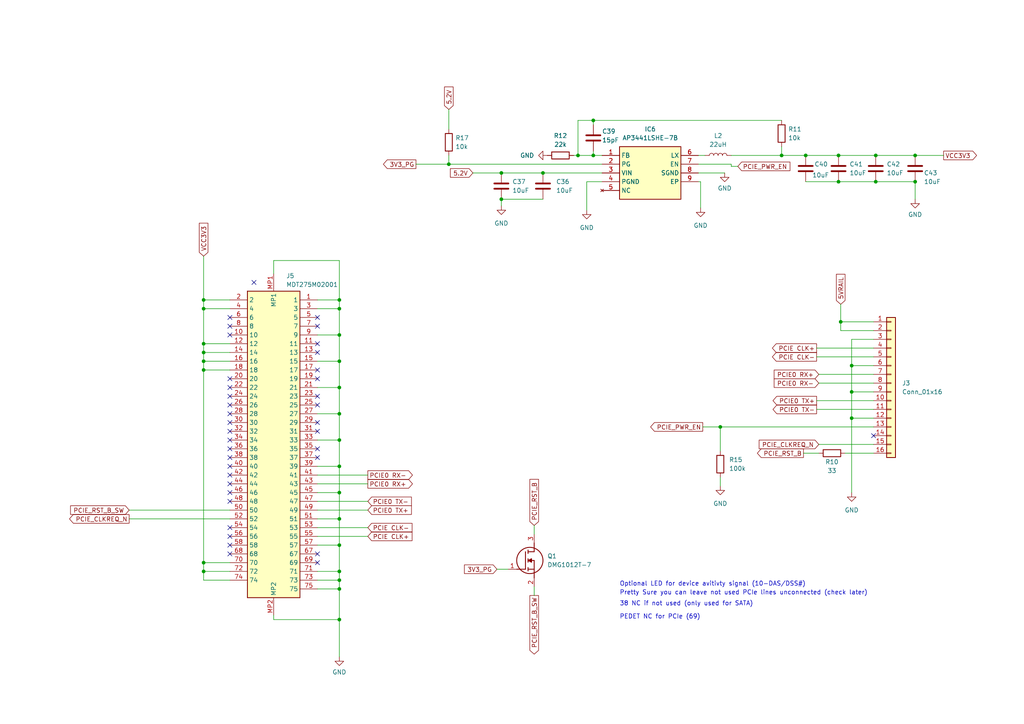
<source format=kicad_sch>
(kicad_sch (version 20230121) (generator eeschema)
  (paper "A4")
  (lib_symbols
    (symbol "Connector:MDT275M02001"
      (property "Reference" "J" (at 95.25 12.7 0))
      (property "Value" "MDT275M02001" (at 95.25 10.16 0))
      (symbol "MDT275M02001_1_1"
        (rectangle (start 5.08 7.62) (end 93.98 -7.62) (stroke (width 0.254)) (fill (type background)))
        (pin passive line (at 7.62 12.7 270) (length 5.08) (name "1") (number "1"))
        (pin passive line (at 17.78 -12.7 90) (length 5.08) (name "10") (number "10"))
        (pin passive line (at 20.32 12.7 270) (length 5.08) (name "11") (number "11"))
        (pin passive line (at 20.32 -12.7 90) (length 5.08) (name "12") (number "12"))
        (pin passive line (at 22.86 12.7 270) (length 5.08) (name "13") (number "13"))
        (pin passive line (at 22.86 -12.7 90) (length 5.08) (name "14") (number "14"))
        (pin passive line (at 25.4 12.7 270) (length 5.08) (name "15") (number "15"))
        (pin passive line (at 25.4 -12.7 90) (length 5.08) (name "16") (number "16"))
        (pin passive line (at 27.94 12.7 270) (length 5.08) (name "17") (number "17"))
        (pin passive line (at 27.94 -12.7 90) (length 5.08) (name "18") (number "18"))
        (pin passive line (at 30.48 12.7 270) (length 5.08) (name "19") (number "19"))
        (pin passive line (at 7.62 -12.7 90) (length 5.08) (name "2") (number "2"))
        (pin passive line (at 30.48 -12.7 90) (length 5.08) (name "20") (number "20"))
        (pin passive line (at 33.02 12.7 270) (length 5.08) (name "21") (number "21"))
        (pin passive line (at 33.02 -12.7 90) (length 5.08) (name "22") (number "22"))
        (pin passive line (at 35.56 12.7 270) (length 5.08) (name "23") (number "23"))
        (pin passive line (at 35.56 -12.7 90) (length 5.08) (name "24") (number "24"))
        (pin passive line (at 38.1 12.7 270) (length 5.08) (name "25") (number "25"))
        (pin passive line (at 38.1 -12.7 90) (length 5.08) (name "26") (number "26"))
        (pin passive line (at 40.64 12.7 270) (length 5.08) (name "27") (number "27"))
        (pin passive line (at 40.64 -12.7 90) (length 5.08) (name "28") (number "28"))
        (pin passive line (at 43.18 12.7 270) (length 5.08) (name "29") (number "29"))
        (pin passive line (at 10.16 12.7 270) (length 5.08) (name "3") (number "3"))
        (pin passive line (at 43.18 -12.7 90) (length 5.08) (name "30") (number "30"))
        (pin passive line (at 45.72 12.7 270) (length 5.08) (name "31") (number "31"))
        (pin passive line (at 45.72 -12.7 90) (length 5.08) (name "32") (number "32"))
        (pin passive line (at 48.26 12.7 270) (length 5.08) (name "33") (number "33"))
        (pin passive line (at 48.26 -12.7 90) (length 5.08) (name "34") (number "34"))
        (pin passive line (at 50.8 12.7 270) (length 5.08) (name "35") (number "35"))
        (pin passive line (at 50.8 -12.7 90) (length 5.08) (name "36") (number "36"))
        (pin passive line (at 53.34 12.7 270) (length 5.08) (name "37") (number "37"))
        (pin passive line (at 53.34 -12.7 90) (length 5.08) (name "38") (number "38"))
        (pin passive line (at 55.88 12.7 270) (length 5.08) (name "39") (number "39"))
        (pin passive line (at 10.16 -12.7 90) (length 5.08) (name "4") (number "4"))
        (pin passive line (at 55.88 -12.7 90) (length 5.08) (name "40") (number "40"))
        (pin passive line (at 58.42 12.7 270) (length 5.08) (name "41") (number "41"))
        (pin passive line (at 58.42 -12.7 90) (length 5.08) (name "42") (number "42"))
        (pin passive line (at 60.96 12.7 270) (length 5.08) (name "43") (number "43"))
        (pin passive line (at 60.96 -12.7 90) (length 5.08) (name "44") (number "44"))
        (pin passive line (at 63.5 12.7 270) (length 5.08) (name "45") (number "45"))
        (pin passive line (at 63.5 -12.7 90) (length 5.08) (name "46") (number "46"))
        (pin passive line (at 66.04 12.7 270) (length 5.08) (name "47") (number "47"))
        (pin passive line (at 66.04 -12.7 90) (length 5.08) (name "48") (number "48"))
        (pin passive line (at 68.58 12.7 270) (length 5.08) (name "49") (number "49"))
        (pin passive line (at 12.7 12.7 270) (length 5.08) (name "5") (number "5"))
        (pin passive line (at 68.58 -12.7 90) (length 5.08) (name "50") (number "50"))
        (pin passive line (at 71.12 12.7 270) (length 5.08) (name "51") (number "51"))
        (pin passive line (at 71.12 -12.7 90) (length 5.08) (name "52") (number "52"))
        (pin passive line (at 73.66 12.7 270) (length 5.08) (name "53") (number "53"))
        (pin passive line (at 73.66 -12.7 90) (length 5.08) (name "54") (number "54"))
        (pin passive line (at 76.2 12.7 270) (length 5.08) (name "55") (number "55"))
        (pin passive line (at 76.2 -12.7 90) (length 5.08) (name "56") (number "56"))
        (pin passive line (at 78.74 12.7 270) (length 5.08) (name "57") (number "57"))
        (pin passive line (at 78.74 -12.7 90) (length 5.08) (name "58") (number "58"))
        (pin passive line (at 12.7 -12.7 90) (length 5.08) (name "6") (number "6"))
        (pin passive line (at 81.28 12.7 270) (length 5.08) (name "67") (number "67"))
        (pin passive line (at 81.28 -12.7 90) (length 5.08) (name "68") (number "68"))
        (pin passive line (at 83.82 12.7 270) (length 5.08) (name "69") (number "69"))
        (pin passive line (at 15.24 12.7 270) (length 5.08) (name "7") (number "7"))
        (pin passive line (at 83.82 -12.7 90) (length 5.08) (name "70") (number "70"))
        (pin passive line (at 86.36 12.7 270) (length 5.08) (name "71") (number "71"))
        (pin passive line (at 86.36 -12.7 90) (length 5.08) (name "72") (number "72"))
        (pin passive line (at 88.9 12.7 270) (length 5.08) (name "73") (number "73"))
        (pin passive line (at 88.9 -12.7 90) (length 5.08) (name "74") (number "74"))
        (pin passive line (at 91.44 12.7 270) (length 5.08) (name "75") (number "75"))
        (pin passive line (at 15.24 -12.7 90) (length 5.08) (name "8") (number "8"))
        (pin passive line (at 17.78 12.7 270) (length 5.08) (name "9") (number "9"))
        (pin passive line (at 0 0 0) (length 5.08) (name "MP1") (number "MP1"))
        (pin passive line (at 99.06 0 180) (length 5.08) (name "MP2") (number "MP2"))
      )
    )
    (symbol "Connector_Generic:Conn_01x16" (pin_names (offset 1.016) hide)
      (property "Reference" "J" (at 0 20.32 0))
      (property "Value" "Conn_01x16" (at 0 -22.86 0))
      (symbol "Conn_01x16_1_1"
        (rectangle (start -1.27 -20.193) (end 0 -20.447) (stroke (width 0.1524)))
        (rectangle (start -1.27 -17.653) (end 0 -17.907) (stroke (width 0.1524)))
        (rectangle (start -1.27 -15.113) (end 0 -15.367) (stroke (width 0.1524)))
        (rectangle (start -1.27 -12.573) (end 0 -12.827) (stroke (width 0.1524)))
        (rectangle (start -1.27 -10.033) (end 0 -10.287) (stroke (width 0.1524)))
        (rectangle (start -1.27 -7.493) (end 0 -7.747) (stroke (width 0.1524)))
        (rectangle (start -1.27 -4.953) (end 0 -5.207) (stroke (width 0.1524)))
        (rectangle (start -1.27 -2.413) (end 0 -2.667) (stroke (width 0.1524)))
        (rectangle (start -1.27 0.127) (end 0 -0.127) (stroke (width 0.1524)))
        (rectangle (start -1.27 2.667) (end 0 2.413) (stroke (width 0.1524)))
        (rectangle (start -1.27 5.207) (end 0 4.953) (stroke (width 0.1524)))
        (rectangle (start -1.27 7.747) (end 0 7.493) (stroke (width 0.1524)))
        (rectangle (start -1.27 10.287) (end 0 10.033) (stroke (width 0.1524)))
        (rectangle (start -1.27 12.827) (end 0 12.573) (stroke (width 0.1524)))
        (rectangle (start -1.27 15.367) (end 0 15.113) (stroke (width 0.1524)))
        (rectangle (start -1.27 17.907) (end 0 17.653) (stroke (width 0.1524)))
        (rectangle (start -1.27 19.05) (end 1.27 -21.59) (stroke (width 0.254)) (fill (type background)))
        (pin passive line (at -5.08 17.78 0) (length 3.81) (name "Pin_1") (number "1"))
        (pin passive line (at -5.08 -5.08 0) (length 3.81) (name "Pin_10") (number "10"))
        (pin passive line (at -5.08 -7.62 0) (length 3.81) (name "Pin_11") (number "11"))
        (pin passive line (at -5.08 -10.16 0) (length 3.81) (name "Pin_12") (number "12"))
        (pin passive line (at -5.08 -12.7 0) (length 3.81) (name "Pin_13") (number "13"))
        (pin passive line (at -5.08 -15.24 0) (length 3.81) (name "Pin_14") (number "14"))
        (pin passive line (at -5.08 -17.78 0) (length 3.81) (name "Pin_15") (number "15"))
        (pin passive line (at -5.08 -20.32 0) (length 3.81) (name "Pin_16") (number "16"))
        (pin passive line (at -5.08 15.24 0) (length 3.81) (name "Pin_2") (number "2"))
        (pin passive line (at -5.08 12.7 0) (length 3.81) (name "Pin_3") (number "3"))
        (pin passive line (at -5.08 10.16 0) (length 3.81) (name "Pin_4") (number "4"))
        (pin passive line (at -5.08 7.62 0) (length 3.81) (name "Pin_5") (number "5"))
        (pin passive line (at -5.08 5.08 0) (length 3.81) (name "Pin_6") (number "6"))
        (pin passive line (at -5.08 2.54 0) (length 3.81) (name "Pin_7") (number "7"))
        (pin passive line (at -5.08 0 0) (length 3.81) (name "Pin_8") (number "8"))
        (pin passive line (at -5.08 -2.54 0) (length 3.81) (name "Pin_9") (number "9"))
      )
    )
    (symbol "Converter_DCDC:AP3441LSHE-7B"
      (property "Reference" "IC" (at 24.13 7.62 0))
      (property "Value" "AP3441LSHE-7B" (at 24.13 5.08 0))
      (symbol "AP3441LSHE-7B_1_1"
        (rectangle (start 5.08 2.54) (end 22.86 -12.7) (stroke (width 0.254)) (fill (type background)))
        (pin passive line (at 0 0 0) (length 5.08) (name "FB") (number "1"))
        (pin passive line (at 0 -2.54 0) (length 5.08) (name "PG") (number "2"))
        (pin passive line (at 0 -5.08 0) (length 5.08) (name "VIN") (number "3"))
        (pin passive line (at 0 -7.62 0) (length 5.08) (name "PGND") (number "4"))
        (pin no_connect line (at 0 -10.16 0) (length 5.08) (name "NC") (number "5"))
        (pin passive line (at 27.94 0 180) (length 5.08) (name "LX") (number "6"))
        (pin passive line (at 27.94 -2.54 180) (length 5.08) (name "EN") (number "7"))
        (pin passive line (at 27.94 -5.08 180) (length 5.08) (name "SGND") (number "8"))
        (pin passive line (at 27.94 -7.62 180) (length 5.08) (name "EP") (number "9"))
      )
    )
    (symbol "Device:C" (pin_numbers hide) (pin_names (offset 0.254))
      (property "Reference" "C" (at 0.635 2.54 0))
      (property "Value" "C" (at 0.635 -2.54 0))
      (symbol "C_0_1"
        (polyline (pts (xy -2.032 -0.762) (xy 2.032 -0.762)) (stroke (width 0.508)))
        (polyline (pts (xy -2.032 0.762) (xy 2.032 0.762)) (stroke (width 0.508)))
      )
      (symbol "C_1_1"
        (pin passive line (at 0 3.81 270) (length 2.794) (name "~") (number "1"))
        (pin passive line (at 0 -3.81 90) (length 2.794) (name "~") (number "2"))
      )
    )
    (symbol "Device:L" (pin_numbers hide) (pin_names (offset 1.016) hide)
      (property "Reference" "L" (at -1.27 0 90))
      (property "Value" "L" (at 1.905 0 90))
      (symbol "L_0_1"
        (arc (start 0 -2.54) (mid 0.6323 -1.905) (end 0 -1.27))
        (arc (start 0 -1.27) (mid 0.6323 -0.635) (end 0 0))
        (arc (start 0 0) (mid 0.6323 0.635) (end 0 1.27))
        (arc (start 0 1.27) (mid 0.6323 1.905) (end 0 2.54))
      )
      (symbol "L_1_1"
        (pin passive line (at 0 3.81 270) (length 1.27) (name "1") (number "1"))
        (pin passive line (at 0 -3.81 90) (length 1.27) (name "2") (number "2"))
      )
    )
    (symbol "Device:R" (pin_numbers hide) (pin_names (offset 0))
      (property "Reference" "R" (at 2.032 0 90))
      (property "Value" "R" (at 0 0 90))
      (symbol "R_0_1"
        (rectangle (start -1.016 -2.54) (end 1.016 2.54) (stroke (width 0.254)))
      )
      (symbol "R_1_1"
        (pin passive line (at 0 3.81 270) (length 1.27) (name "~") (number "1"))
        (pin passive line (at 0 -3.81 90) (length 1.27) (name "~") (number "2"))
      )
    )
    (symbol "Diode:DMG1012T-7" (pin_names hide)
      (property "Reference" "Q" (at 11.43 3.81 0))
      (property "Value" "DMG1012T-7" (at 11.43 1.27 0))
      (symbol "DMG1012T-7_1_1"
        (polyline (pts (xy 2.54 0) (xy 5.08 0)) (stroke (width 0.254)))
        (polyline (pts (xy 5.08 5.08) (xy 5.08 0)) (stroke (width 0.254)))
        (polyline (pts (xy 5.842 -0.508) (xy 5.842 0.508)) (stroke (width 0.254)))
        (polyline (pts (xy 5.842 0) (xy 7.62 0)) (stroke (width 0.254)))
        (polyline (pts (xy 5.842 2.032) (xy 5.842 3.048)) (stroke (width 0.254)))
        (polyline (pts (xy 5.842 5.588) (xy 5.842 4.572)) (stroke (width 0.254)))
        (polyline (pts (xy 7.62 2.54) (xy 5.842 2.54)) (stroke (width 0.254)))
        (polyline (pts (xy 7.62 2.54) (xy 7.62 -2.54)) (stroke (width 0.254)))
        (polyline (pts (xy 7.62 5.08) (xy 5.842 5.08)) (stroke (width 0.254)))
        (polyline (pts (xy 7.62 5.08) (xy 7.62 7.62)) (stroke (width 0.254)))
        (polyline (pts (xy 5.842 2.54) (xy 6.858 3.048) (xy 6.858 2.032) (xy 5.842 2.54)) (stroke (width 0.254)) (fill (type outline)))
        (circle (center 6.35 2.54) (radius 3.81) (stroke (width 0.254)))
        (pin passive line (at 0 0 0) (length 2.54) (name "G") (number "1"))
        (pin passive line (at 7.62 -5.08 90) (length 2.54) (name "S") (number "2"))
        (pin passive line (at 7.62 10.16 270) (length 2.54) (name "D") (number "3"))
      )
    )
    (symbol "power:GND" (power) (pin_names (offset 0))
      (property "Value" "GND" (at 0 -3.81 0))
      (symbol "GND_0_1"
        (polyline (pts (xy 0 0) (xy 0 -1.27) (xy 1.27 -1.27) (xy 0 -2.54) (xy -1.27 -1.27) (xy 0 -1.27)))
      )
      (symbol "GND_1_1"
        (pin power_in line (at 0 0 270) (length 0) hide (name "GND") (number "1"))
      )
    )
  )
  (junction (at 98.425 86.995))
  (junction (at 98.425 127.635))
  (junction (at 247.015 106.045))
  (junction (at 226.695 45.085))
  (junction (at 254 45.085))
  (junction (at 98.425 179.705))
  (junction (at 98.425 120.015))
  (junction (at 243.205 52.705))
  (junction (at 59.055 102.235))
  (junction (at 59.055 163.195))
  (junction (at 243.84 93.345))
  (junction (at 59.055 107.315))
  (junction (at 247.015 121.285))
  (junction (at 98.425 170.815))
  (junction (at 145.415 57.785))
  (junction (at 98.425 135.255))
  (junction (at 98.425 168.275))
  (junction (at 243.205 45.085))
  (junction (at 98.425 112.395))
  (junction (at 59.055 104.775))
  (junction (at 167.64 45.085))
  (junction (at 59.055 165.735))
  (junction (at 59.055 86.995))
  (junction (at 233.68 45.085))
  (junction (at 59.055 89.535))
  (junction (at 98.425 150.495))
  (junction (at 265.43 52.705))
  (junction (at 157.48 50.165))
  (junction (at 247.015 113.665))
  (junction (at 172.085 45.085))
  (junction (at 172.085 34.925))
  (junction (at 98.425 142.875))
  (junction (at 208.915 123.825))
  (junction (at 145.415 50.165))
  (junction (at 265.43 45.085))
  (junction (at 59.055 99.695))
  (junction (at 98.425 97.155))
  (junction (at 98.425 104.775))
  (junction (at 98.425 165.735))
  (junction (at 254 52.705))
  (junction (at 98.425 158.115))
  (junction (at 98.425 89.535))
  (junction (at 130.175 47.625))
  (no_connect (at 92.075 99.695))
  (no_connect (at 66.675 122.555))
  (no_connect (at 66.675 153.035))
  (no_connect (at 66.675 142.875))
  (no_connect (at 66.675 127.635))
  (no_connect (at 92.075 163.195))
  (no_connect (at 92.075 92.075))
  (no_connect (at 92.075 117.475))
  (no_connect (at 66.675 125.095))
  (no_connect (at 66.675 135.255))
  (no_connect (at 66.675 112.395))
  (no_connect (at 92.075 130.175))
  (no_connect (at 92.075 107.315))
  (no_connect (at 66.675 145.415))
  (no_connect (at 253.365 126.365))
  (no_connect (at 92.075 94.615))
  (no_connect (at 66.675 132.715))
  (no_connect (at 66.675 94.615))
  (no_connect (at 92.075 109.855))
  (no_connect (at 66.675 117.475))
  (no_connect (at 66.675 130.175))
  (no_connect (at 92.075 132.715))
  (no_connect (at 92.075 114.935))
  (no_connect (at 92.075 160.655))
  (no_connect (at 92.075 102.235))
  (no_connect (at 66.675 158.115))
  (no_connect (at 92.075 125.095))
  (no_connect (at 66.675 109.855))
  (no_connect (at 66.675 120.015))
  (no_connect (at 66.675 155.575))
  (no_connect (at 66.675 97.155))
  (no_connect (at 66.675 137.795))
  (no_connect (at 66.675 92.075))
  (no_connect (at 66.675 160.655))
  (no_connect (at 73.66 81.915))
  (no_connect (at 66.675 114.935))
  (no_connect (at 92.075 122.555))
  (no_connect (at 66.675 140.335))
  (wire (pts (xy 247.015 98.425) (xy 253.365 98.425)))
  (wire (pts (xy 98.425 179.705) (xy 98.425 190.5)))
  (wire (pts (xy 79.375 79.375) (xy 79.375 75.565)))
  (wire (pts (xy 226.695 45.085) (xy 233.68 45.085)))
  (wire (pts (xy 92.075 168.275) (xy 98.425 168.275)))
  (wire (pts (xy 170.18 52.705) (xy 174.625 52.705)))
  (wire (pts (xy 59.055 165.735) (xy 59.055 168.275)))
  (wire (pts (xy 59.055 102.235) (xy 66.675 102.235)))
  (wire (pts (xy 237.49 111.125) (xy 253.365 111.125)))
  (wire (pts (xy 98.425 75.565) (xy 98.425 86.995)))
  (wire (pts (xy 92.075 170.815) (xy 98.425 170.815)))
  (wire (pts (xy 98.425 89.535) (xy 92.075 89.535)))
  (wire (pts (xy 59.055 99.695) (xy 59.055 102.235)))
  (wire (pts (xy 212.09 45.085) (xy 226.695 45.085)))
  (wire (pts (xy 247.015 121.285) (xy 247.015 142.875)))
  (wire (pts (xy 98.425 142.875) (xy 92.075 142.875)))
  (wire (pts (xy 145.415 50.165) (xy 157.48 50.165)))
  (wire (pts (xy 154.94 170.18) (xy 154.94 172.72)))
  (wire (pts (xy 98.425 97.155) (xy 92.075 97.155)))
  (wire (pts (xy 245.11 131.445) (xy 253.365 131.445)))
  (wire (pts (xy 79.375 178.435) (xy 79.375 179.705)))
  (wire (pts (xy 66.675 86.995) (xy 59.055 86.995)))
  (wire (pts (xy 154.94 152.4) (xy 154.94 154.94)))
  (wire (pts (xy 233.68 52.705) (xy 243.205 52.705)))
  (wire (pts (xy 59.055 89.535) (xy 59.055 99.695)))
  (wire (pts (xy 98.425 127.635) (xy 92.075 127.635)))
  (wire (pts (xy 236.855 100.965) (xy 253.365 100.965)))
  (wire (pts (xy 247.015 121.285) (xy 253.365 121.285)))
  (wire (pts (xy 253.365 95.885) (xy 243.84 95.885)))
  (wire (pts (xy 79.375 75.565) (xy 98.425 75.565)))
  (wire (pts (xy 98.425 170.815) (xy 98.425 179.705)))
  (wire (pts (xy 203.2 52.705) (xy 203.2 60.325)))
  (wire (pts (xy 98.425 120.015) (xy 92.075 120.015)))
  (wire (pts (xy 98.425 89.535) (xy 98.425 97.155)))
  (wire (pts (xy 92.075 165.735) (xy 98.425 165.735)))
  (wire (pts (xy 202.565 50.165) (xy 210.185 50.165)))
  (wire (pts (xy 120.65 47.625) (xy 130.175 47.625)))
  (wire (pts (xy 226.695 34.925) (xy 172.085 34.925)))
  (wire (pts (xy 208.915 123.825) (xy 253.365 123.825)))
  (wire (pts (xy 212.09 47.625) (xy 212.09 48.26)))
  (wire (pts (xy 236.855 116.205) (xy 253.365 116.205)))
  (wire (pts (xy 98.425 120.015) (xy 98.425 127.635)))
  (wire (pts (xy 145.415 57.785) (xy 145.415 59.69)))
  (wire (pts (xy 98.425 158.115) (xy 98.425 165.735)))
  (wire (pts (xy 145.415 57.785) (xy 157.48 57.785)))
  (wire (pts (xy 98.425 150.495) (xy 98.425 158.115)))
  (wire (pts (xy 172.085 45.085) (xy 174.625 45.085)))
  (wire (pts (xy 92.075 104.775) (xy 98.425 104.775)))
  (wire (pts (xy 98.425 168.275) (xy 98.425 170.815)))
  (wire (pts (xy 98.425 165.735) (xy 98.425 168.275)))
  (wire (pts (xy 98.425 86.995) (xy 98.425 89.535)))
  (wire (pts (xy 172.085 43.815) (xy 172.085 45.085)))
  (wire (pts (xy 203.835 123.825) (xy 208.915 123.825)))
  (wire (pts (xy 243.84 95.885) (xy 243.84 93.345)))
  (wire (pts (xy 59.055 102.235) (xy 59.055 104.775)))
  (wire (pts (xy 98.425 142.875) (xy 98.425 150.495)))
  (wire (pts (xy 202.565 47.625) (xy 212.09 47.625)))
  (wire (pts (xy 98.425 135.255) (xy 98.425 142.875)))
  (wire (pts (xy 59.055 168.275) (xy 66.675 168.275)))
  (wire (pts (xy 170.18 52.705) (xy 170.18 60.96)))
  (wire (pts (xy 167.64 34.925) (xy 167.64 45.085)))
  (wire (pts (xy 172.085 34.925) (xy 167.64 34.925)))
  (wire (pts (xy 273.685 45.085) (xy 265.43 45.085)))
  (wire (pts (xy 265.43 57.785) (xy 265.43 52.705)))
  (wire (pts (xy 243.84 88.265) (xy 243.84 93.345)))
  (wire (pts (xy 212.09 48.26) (xy 213.995 48.26)))
  (wire (pts (xy 79.375 179.705) (xy 98.425 179.705)))
  (wire (pts (xy 66.675 147.955) (xy 37.465 147.955)))
  (wire (pts (xy 174.625 50.165) (xy 157.48 50.165)))
  (wire (pts (xy 59.055 89.535) (xy 66.675 89.535)))
  (wire (pts (xy 166.37 45.085) (xy 167.64 45.085)))
  (wire (pts (xy 59.055 104.775) (xy 59.055 107.315)))
  (wire (pts (xy 226.695 42.545) (xy 226.695 45.085)))
  (wire (pts (xy 247.015 106.045) (xy 247.015 113.665)))
  (wire (pts (xy 243.205 52.705) (xy 254 52.705)))
  (wire (pts (xy 59.055 163.195) (xy 59.055 165.735)))
  (wire (pts (xy 92.075 145.415) (xy 106.68 145.415)))
  (wire (pts (xy 254 52.705) (xy 265.43 52.705)))
  (wire (pts (xy 59.055 107.315) (xy 59.055 163.195)))
  (wire (pts (xy 59.055 74.295) (xy 59.055 86.995)))
  (wire (pts (xy 66.675 165.735) (xy 59.055 165.735)))
  (wire (pts (xy 233.68 45.085) (xy 243.205 45.085)))
  (wire (pts (xy 208.915 138.43) (xy 208.915 140.97)))
  (wire (pts (xy 247.015 106.045) (xy 253.365 106.045)))
  (wire (pts (xy 98.425 127.635) (xy 98.425 135.255)))
  (wire (pts (xy 247.015 113.665) (xy 253.365 113.665)))
  (wire (pts (xy 247.015 113.665) (xy 247.015 121.285)))
  (wire (pts (xy 37.465 150.495) (xy 66.675 150.495)))
  (wire (pts (xy 130.175 31.75) (xy 130.175 37.465)))
  (wire (pts (xy 237.49 128.905) (xy 253.365 128.905)))
  (wire (pts (xy 98.425 112.395) (xy 92.075 112.395)))
  (wire (pts (xy 233.045 131.445) (xy 237.49 131.445)))
  (wire (pts (xy 92.075 147.955) (xy 106.68 147.955)))
  (wire (pts (xy 167.64 45.085) (xy 172.085 45.085)))
  (wire (pts (xy 92.075 150.495) (xy 98.425 150.495)))
  (wire (pts (xy 92.075 155.575) (xy 106.68 155.575)))
  (wire (pts (xy 92.075 137.795) (xy 106.68 137.795)))
  (wire (pts (xy 130.175 47.625) (xy 174.625 47.625)))
  (wire (pts (xy 59.055 99.695) (xy 66.675 99.695)))
  (wire (pts (xy 66.675 104.775) (xy 59.055 104.775)))
  (wire (pts (xy 253.365 108.585) (xy 237.49 108.585)))
  (wire (pts (xy 144.145 165.1) (xy 147.32 165.1)))
  (wire (pts (xy 208.915 123.825) (xy 208.915 130.81)))
  (wire (pts (xy 98.425 97.155) (xy 98.425 104.775)))
  (wire (pts (xy 247.015 98.425) (xy 247.015 106.045)))
  (wire (pts (xy 137.16 50.165) (xy 145.415 50.165)))
  (wire (pts (xy 202.565 52.705) (xy 203.2 52.705)))
  (wire (pts (xy 92.075 153.035) (xy 106.68 153.035)))
  (wire (pts (xy 236.855 118.745) (xy 253.365 118.745)))
  (wire (pts (xy 254 45.085) (xy 265.43 45.085)))
  (wire (pts (xy 130.175 45.085) (xy 130.175 47.625)))
  (wire (pts (xy 98.425 104.775) (xy 98.425 112.395)))
  (wire (pts (xy 98.425 158.115) (xy 92.075 158.115)))
  (wire (pts (xy 236.855 103.505) (xy 253.365 103.505)))
  (wire (pts (xy 98.425 86.995) (xy 92.075 86.995)))
  (wire (pts (xy 59.055 107.315) (xy 66.675 107.315)))
  (wire (pts (xy 243.84 93.345) (xy 253.365 93.345)))
  (wire (pts (xy 202.565 45.085) (xy 204.47 45.085)))
  (wire (pts (xy 59.055 86.995) (xy 59.055 89.535)))
  (wire (pts (xy 98.425 135.255) (xy 92.075 135.255)))
  (wire (pts (xy 66.675 163.195) (xy 59.055 163.195)))
  (wire (pts (xy 243.205 45.085) (xy 254 45.085)))
  (wire (pts (xy 92.075 140.335) (xy 106.68 140.335)))
  (wire (pts (xy 98.425 112.395) (xy 98.425 120.015)))
  (wire (pts (xy 172.085 34.925) (xy 172.085 36.195)))
  (text "probably at least isolate this ground or at best imagine\ncurrent return paths for the impedance matched signals" (at -201.93 290.83 0) (effects (font (size 1.27 1.27)) (justify left bottom)))
  (text "probably need to drive this low with pull down so we dont\nfloat the sleep pin" (at -207.645 129.54 0) (effects (font (size 1.27 1.27)) (justify left bottom)))
  (text "i would add a jumper or cut trace for connecting this high/low\nor even a switch because it looks like rpi5 never has sleep implementation\nand the pcie card wont be able to even go to sleep so it doesnt\nneed to wake up but not certain on this" (at -215.265 211.455 0) (effects (font (size 1.27 1.27)) (justify left bottom)))
  (text "https://w.electrodragon.com/w/M.2_Pins" (at -207.645 133.35 0) (effects (font (size 1.27 1.27)) (justify left bottom)))
  (text "your power tag names are all over the place, make sure\nto connect what needs to be connected depending on where things are." (at -198.755 274.955 0) (effects (font (size 1.27 1.27)) (justify left bottom)))
  (text "PEDET NC for PCIe (69)" (at 179.705 179.705 0) (effects (font (size 1.27 1.27)) (justify left bottom)))
  (text "think about some 10uFs in parallel just for more power, \nik time constant makes it suck but you can just locate \nthem further away, closer to the converter side, just\n make sure we have enough charge in order to dump while\nreading/writing" (at -210.82 163.195 0) (effects (font (size 1.27 1.27)) (justify left bottom)))
  (text "https://pinoutguide.com/HD/M.2_NGFF_connector_pinout.shtml" (at -213.995 192.405 0) (effects (font (size 1.27 1.27)) (justify left bottom)))
  (text "Pretty Sure you can leave not used PCIe lines unconnected (check later)" (at 179.705 172.72 0) (effects (font (size 1.27 1.27)) (justify left bottom)))
  (text "per pcie specification it looks like you may need to pull this \nhigh on platform side, and assert it high as a hat to the raspberry pi to \nmaintain power state" (at -212.725 175.895 0) (effects (font (size 1.27 1.27)) (justify left bottom)))
  (text "may need some 100nF caps just for transients" (at -204.47 146.685 0) (effects (font (size 1.27 1.27)) (justify left bottom)))
  (text "https://datasheets.raspberrypi.com/pcie/pcie-connector-standard.pdf" (at -216.535 222.885 0) (effects (font (size 1.27 1.27)) (justify left bottom)))
  (text "https://adaptivesupport.amd.com/s/question/0D52E00006hpaAbSAI/pci-express-wake-and-perst?language=en_US" (at -215.265 198.755 0) (effects (font (size 1.27 1.27)) (justify left bottom)))
  (text "importantly !!!! THIS SHOULD NOT be connected to det wake on raspberry pi" (at -215.265 184.785 0) (effects (font (size 1.27 1.27)) (justify left bottom)))
  (text "i dont think you should connect the pcie det wake to the m-slot, but follow\nthe hat specification and add a voltage divider or pull up " (at -200.66 259.08 0) (effects (font (size 1.27 1.27)) (justify left bottom)))
  (text "https://forums.raspberrypi.com/viewtopic.php?t=312052" (at -208.915 246.38 0) (effects (font (size 1.27 1.27)) (justify left bottom)))
  (text "38 NC if not used (only used for SATA)" (at 179.705 175.895 0) (effects (font (size 1.27 1.27)) (justify left bottom)))
  (text "the pogo is going to be a just worse supply versus\nthe 5.2 you have on board, if anything,\nyou should be using the pogo pin to supply the raspberry pi,\nor perhaps even solder that connection so it doesnt do anything\nunexpected during operating" (at -192.405 311.785 0) (effects (font (size 1.27 1.27)) (justify left bottom)))
  (text "Optional LED for device avitivty signal (10-DAS/DSS#)" (at 179.705 170.18 0) (effects (font (size 1.27 1.27)) (justify left bottom)))
  (text "https://forums.raspberrypi.com/viewtopic.php?t=295846" (at -215.265 235.585 0) (effects (font (size 1.27 1.27)) (justify left bottom)))
  (text "i dont see the wakeup pin being implemented on some designs\ncan we continuity check this on the board we have?" (at -210.82 140.335 0) (effects (font (size 1.27 1.27)) (justify left bottom)))
  (global_label "PCIE_PWR_EN" (shape output) (at 203.835 123.825 180) (property "Intersheetrefs" "${INTERSHEET_REFS}" (effects hide)))
  (global_label "VCC3V3" (shape input) (at 59.055 74.295 90) (property "Intersheetrefs" "${INTERSHEET_REFS}" (effects hide)))
  (global_label "VCC3V3" (shape output) (at 273.685 45.085 0) (property "Intersheetrefs" "${INTERSHEET_REFS}" (effects hide)))
  (global_label "PCIE CLK+" (shape output) (at 236.855 100.965 180) (property "Intersheetrefs" "${INTERSHEET_REFS}" (effects hide)))
  (global_label "PCIE0 RX-" (shape input) (at 237.49 111.125 180) (property "Intersheetrefs" "${INTERSHEET_REFS}" (effects hide)))
  (global_label "PCIE0 TX-" (shape output) (at 236.855 118.745 180) (property "Intersheetrefs" "${INTERSHEET_REFS}" (effects hide)))
  (global_label "PCIE CLK-" (shape output) (at 236.855 103.505 180) (property "Intersheetrefs" "${INTERSHEET_REFS}" (effects hide)))
  (global_label "5VRAIL" (shape input) (at 243.84 88.265 90) (property "Intersheetrefs" "${INTERSHEET_REFS}" (effects hide)))
  (global_label "PCIE_RST_B_SW" (shape output) (at 154.94 172.72 270) (property "Intersheetrefs" "${INTERSHEET_REFS}" (effects hide)))
  (global_label "PCIE0 RX+" (shape output) (at 106.68 140.335 0) (property "Intersheetrefs" "${INTERSHEET_REFS}" (effects hide)))
  (global_label "PCIE_PWR_EN" (shape input) (at 213.995 48.26 0) (property "Intersheetrefs" "${INTERSHEET_REFS}" (effects hide)))
  (global_label "3V3_PG" (shape input) (at 144.145 165.1 180) (property "Intersheetrefs" "${INTERSHEET_REFS}" (effects hide)))
  (global_label "PCIE0 TX+" (shape input) (at 106.68 147.955 0) (property "Intersheetrefs" "${INTERSHEET_REFS}" (effects hide)))
  (global_label "PCIE0 RX-" (shape output) (at 106.68 137.795 0) (property "Intersheetrefs" "${INTERSHEET_REFS}" (effects hide)))
  (global_label "PCIE_RST_B" (shape output) (at 233.045 131.445 180) (property "Intersheetrefs" "${INTERSHEET_REFS}" (effects hide)))
  (global_label "PCIE_CLKREQ_N" (shape input) (at 237.49 128.905 180) (property "Intersheetrefs" "${INTERSHEET_REFS}" (effects hide)))
  (global_label "5.2V" (shape input) (at 137.16 50.165 180) (property "Intersheetrefs" "${INTERSHEET_REFS}" (effects hide)))
  (global_label "PCIE CLK+" (shape input) (at 106.68 155.575 0) (property "Intersheetrefs" "${INTERSHEET_REFS}" (effects hide)))
  (global_label "PCIE_RST_B_SW" (shape input) (at 37.465 147.955 180) (property "Intersheetrefs" "${INTERSHEET_REFS}" (effects hide)))
  (global_label "PCIE_RST_B" (shape input) (at 154.94 152.4 90) (property "Intersheetrefs" "${INTERSHEET_REFS}" (effects hide)))
  (global_label "5.2V" (shape input) (at 130.175 31.75 90) (property "Intersheetrefs" "${INTERSHEET_REFS}" (effects hide)))
  (global_label "PCIE_CLKREQ_N" (shape output) (at 37.465 150.495 180) (property "Intersheetrefs" "${INTERSHEET_REFS}" (effects hide)))
  (global_label "PCIE0 TX-" (shape input) (at 106.68 145.415 0) (property "Intersheetrefs" "${INTERSHEET_REFS}" (effects hide)))
  (global_label "PCIE0 TX+" (shape output) (at 236.855 116.205 180) (property "Intersheetrefs" "${INTERSHEET_REFS}" (effects hide)))
  (global_label "PCIE0 RX+" (shape input) (at 237.49 108.585 180) (property "Intersheetrefs" "${INTERSHEET_REFS}" (effects hide)))
  (global_label "PCIE CLK-" (shape input) (at 106.68 153.035 0) (property "Intersheetrefs" "${INTERSHEET_REFS}" (effects hide)))
  (global_label "3V3_PG" (shape output) (at 120.65 47.625 180) (property "Intersheetrefs" "${INTERSHEET_REFS}" (effects hide)))
  (symbol (lib_id "Device:C") (at 233.68 48.895 0) (unit 1)
    (property "Reference" "C40" (at 236.22 47.625 0) (effects (justify left)))
    (property "Value" "10uF" (at 235.585 50.8 0) (effects (justify left)))
    (property "Footprint" "Capacitor_SMD:C_0603_1608Metric" (effects hide))
  )
  (symbol (lib_id "power:GND") (at 210.185 50.165 0) (unit 1)
    (property "Reference" "#PWR055" (effects hide))
    (property "Value" "GND" (at 210.185 54.61 0))
  )
  (symbol (lib_id "Device:C") (at 243.205 48.895 0) (unit 1)
    (property "Reference" "C41" (at 246.38 47.625 0) (effects (justify left)))
    (property "Value" "10uF" (at 246.38 50.165 0) (effects (justify left)))
    (property "Footprint" "Capacitor_SMD:C_0603_1608Metric" (effects hide))
  )
  (symbol (lib_id "Device:C") (at 265.43 48.895 0) (unit 1)
    (property "Reference" "C43" (at 267.97 50.165 0) (effects (justify left)))
    (property "Value" "10uF" (at 267.97 52.705 0) (effects (justify left)))
    (property "Footprint" "Capacitor_SMD:C_0603_1608Metric" (effects hide))
  )
  (symbol (lib_id "power:GND") (at 203.2 60.325 0) (unit 1)
    (property "Reference" "#PWR056" (effects hide))
    (property "Value" "GND" (at 203.2 65.405 0))
  )
  (symbol (lib_id "Device:C") (at 145.415 53.975 0) (unit 1)
    (property "Reference" "C37" (at 148.59 52.705 0) (effects (justify left)))
    (property "Value" "10uF" (at 148.59 55.245 0) (effects (justify left)))
    (property "Footprint" "Capacitor_SMD:C_0603_1608Metric" (effects hide))
  )
  (symbol (lib_id "Device:R") (at 226.695 38.735 180) (unit 1)
    (property "Reference" "R11" (at 228.6 37.465 0) (effects (justify right)))
    (property "Value" "10k" (at 228.6 40.005 0) (effects (justify right)))
    (property "Footprint" "Resistor_SMD:R_0603_1608Metric" (effects hide))
  )
  (symbol (lib_id "Device:C") (at 157.48 53.975 0) (unit 1)
    (property "Reference" "C36" (at 161.29 52.705 0) (effects (justify left)))
    (property "Value" "10uF" (at 161.29 55.245 0) (effects (justify left)))
    (property "Footprint" "Capacitor_SMD:C_0603_1608Metric" (effects hide))
  )
  (symbol (lib_id "power:GND") (at 145.415 59.69 0) (unit 1)
    (property "Reference" "#PWR033" (effects hide))
    (property "Value" "GND" (at 145.415 64.77 0))
  )
  (symbol (lib_id "Connector:MDT275M02001") (at 79.375 79.375 270) (unit 1)
    (property "Reference" "J5" (at 83.0011 80.01 90) (effects (justify left)))
    (property "Value" "MDT275M02001" (at 83.0011 82.55 90) (effects (justify left)))
    (property "Footprint" "21xt_footprints:AMPHENOL_MDT275M02001" (effects hide))
    (property "Datasheet" "https://cdn.amphenol-cs.com/media/wysiwyg/files/documentation/datasheet/ssio/ssio_pcie_m2.pdf" (effects hide))
    (property "Height" "2.75" (effects hide))
    (property "Mouser Part Number" "523-MDT275M02001" (effects hide))
    (property "Mouser Price/Stock" "https://www.mouser.co.uk/ProductDetail/Amphenol-FCI/MDT275M02001?qs=lrCDz5EUXIa69GdSlBLTlg%3D%3D" (effects hide))
    (property "Manufacturer_Name" "Amphenol Communications Solutions" (effects hide))
    (property "Manufacturer_Part_Number" "MDT275M02001" (effects hide))
  )
  (symbol (lib_id "Device:R") (at 162.56 45.085 90) (unit 1)
    (property "Reference" "R12" (at 162.56 39.37 90))
    (property "Value" "22k" (at 162.56 41.91 90))
    (property "Footprint" "Resistor_SMD:R_0603_1608Metric" (effects hide))
  )
  (symbol (lib_id "Diode:DMG1012T-7") (at 147.32 165.1 0) (unit 1)
    (property "Reference" "Q1" (at 158.75 161.29 0) (effects (justify left)))
    (property "Value" "DMG1012T-7" (at 158.75 163.83 0) (effects (justify left)))
    (property "Footprint" "21xt_footprints:SOT50P160X90-3N(DIODE)" (effects hide))
    (property "Datasheet" "https://www.diodes.com//assets/Datasheets/DMG1012T.pdf" (effects hide))
    (property "Height" "0.9" (effects hide))
    (property "Mouser Part Number" "621-DMG1012T-7" (effects hide))
    (property "Mouser Price/Stock" "https://www.mouser.co.uk/ProductDetail/Diodes-Incorporated/DMG1012T-7?qs=vIZ3oKQCLxoEnfyeB0HcGQ%3D%3D" (effects hide))
    (property "Manufacturer_Name" "Diodes Incorporated" (effects hide))
    (property "Manufacturer_Part_Number" "DMG1012T-7" (effects hide))
  )
  (symbol (lib_id "Converter_DCDC:AP3441LSHE-7B") (at 174.625 45.085 0) (unit 1)
    (property "Reference" "IC6" (at 188.595 37.465 0))
    (property "Value" "AP3441LSHE-7B" (at 188.595 40.005 0))
    (property "Footprint" "21xt_footprints:AP3441LSHE7B" (effects hide))
    (property "Datasheet" "https://www.diodes.com//assets/Datasheets/AP3441-L.pdf" (effects hide))
    (property "Height" "0.6" (effects hide))
    (property "Mouser Part Number" "621-AP3441LSHE-7B" (effects hide))
    (property "Mouser Price/Stock" "https://www.mouser.co.uk/ProductDetail/Diodes-Incorporated/AP3441LSHE-7B?qs=wUXugUrL1qypzVa4NB91Hg%3D%3D" (effects hide))
    (property "Manufacturer_Name" "Diodes Incorporated" (effects hide))
    (property "Manufacturer_Part_Number" "AP3441LSHE-7B" (effects hide))
  )
  (symbol (lib_id "power:GND") (at 158.75 45.085 270) (unit 1)
    (property "Reference" "#PWR034" (effects hide))
    (property "Value" "GND" (at 154.94 45.085 90) (effects (justify right)))
  )
  (symbol (lib_id "Device:C") (at 254 48.895 0) (unit 1)
    (property "Reference" "C42" (at 257.175 47.625 0) (effects (justify left)))
    (property "Value" "10uF" (at 257.175 50.165 0) (effects (justify left)))
    (property "Footprint" "Capacitor_SMD:C_0603_1608Metric" (effects hide))
  )
  (symbol (lib_id "Connector_Generic:Conn_01x16") (at 258.445 111.125 0) (unit 1)
    (property "Reference" "J3" (at 261.62 111.125 0) (effects (justify left)))
    (property "Value" "Conn_01x16" (at 261.62 113.665 0) (effects (justify left)))
    (property "Footprint" "21xt_footprints:SAMTEC_ZF5S-16-01-T-WT" (effects hide))
  )
  (symbol (lib_id "power:GND") (at 247.015 142.875 0) (unit 1)
    (property "Reference" "#PWR020" (effects hide))
    (property "Value" "GND" (at 247.015 147.955 0))
  )
  (symbol (lib_id "Device:L") (at 208.28 45.085 90) (unit 1)
    (property "Reference" "L2" (at 208.28 39.37 90))
    (property "Value" "22uH" (at 208.28 41.91 90))
    (property "Footprint" "Inductor_SMD:L_0402_1005Metric" (effects hide))
  )
  (symbol (lib_id "Device:R") (at 208.915 134.62 0) (unit 1)
    (property "Reference" "R15" (at 211.455 133.35 0) (effects (justify left)))
    (property "Value" "100k" (at 211.455 135.89 0) (effects (justify left)))
    (property "Footprint" "Resistor_SMD:R_0603_1608Metric" (effects hide))
  )
  (symbol (lib_id "power:GND") (at 170.18 60.96 0) (unit 1)
    (property "Reference" "#PWR054" (effects hide))
    (property "Value" "GND" (at 170.18 66.04 0))
  )
  (symbol (lib_id "Device:R") (at 241.3 131.445 270) (unit 1)
    (property "Reference" "R10" (at 241.3 133.985 90))
    (property "Value" "33" (at 241.3 136.525 90))
    (property "Footprint" "Resistor_SMD:R_0603_1608Metric" (effects hide))
  )
  (symbol (lib_id "power:GND") (at 208.915 140.97 0) (unit 1)
    (property "Reference" "#PWR036" (effects hide))
    (property "Value" "GND" (at 208.915 146.05 0))
  )
  (symbol (lib_id "Device:C") (at 172.085 40.005 0) (unit 1)
    (property "Reference" "C39" (at 174.625 38.1 0) (effects (justify left)))
    (property "Value" "15pF" (at 174.625 40.64 0) (effects (justify left)))
    (property "Footprint" "Capacitor_SMD:C_0603_1608Metric" (effects hide))
  )
  (symbol (lib_id "power:GND") (at 98.425 190.5 0) (unit 1)
    (property "Reference" "#PWR026" (effects hide))
    (property "Value" "GND" (at 98.425 194.945 0))
  )
  (symbol (lib_id "Device:R") (at 130.175 41.275 0) (unit 1)
    (property "Reference" "R17" (at 132.08 40.005 0) (effects (justify left)))
    (property "Value" "10k" (at 132.08 42.545 0) (effects (justify left)))
    (property "Footprint" "Resistor_SMD:R_0603_1608Metric" (effects hide))
  )
  (symbol (lib_id "power:GND") (at 265.43 57.785 0) (unit 1)
    (property "Reference" "#PWR035" (effects hide))
    (property "Value" "GND" (at 265.43 62.23 0))
  )
)
</source>
